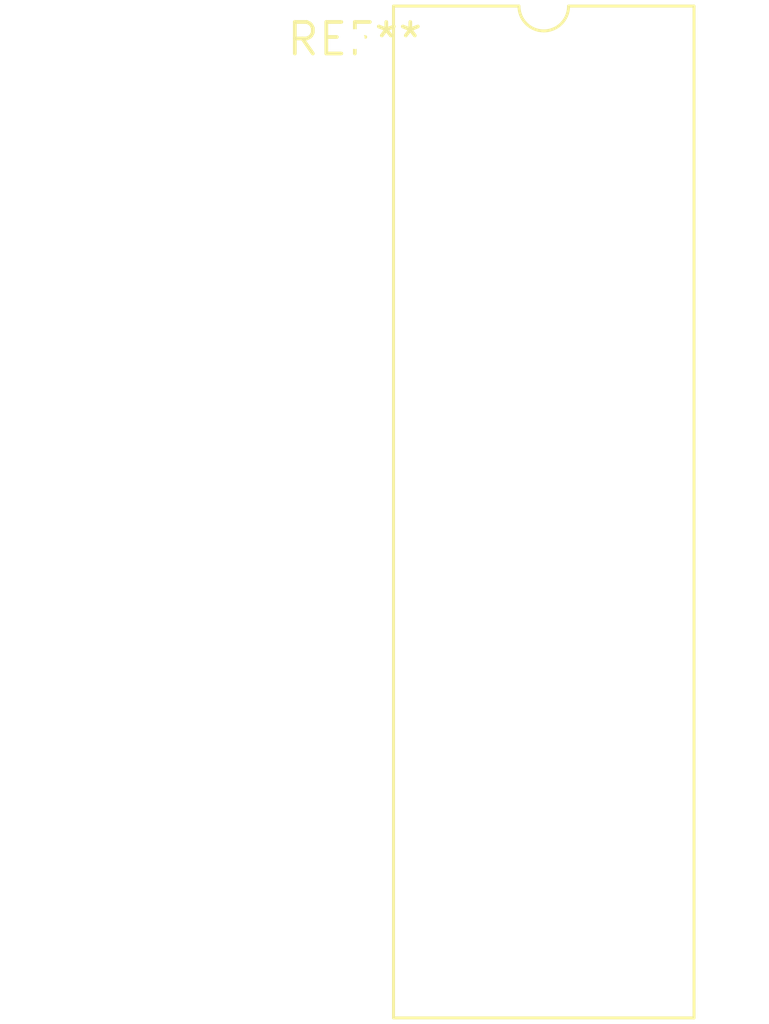
<source format=kicad_pcb>
(kicad_pcb (version 20240108) (generator pcbnew)
  (layers (0 "F.Cu" signal) (31 "B.Cu" signal) (34 "B.Paste" user) (35 "F.Paste" user) (36 "B.SilkS" user "B.Silkscreen") (37 "F.SilkS" user "F.Silkscreen") (38 "B.Mask" user) (39 "F.Mask" user) (44 "Edge.Cuts" user))
  (net 0 "")
  (footprint "DIP-32_W15.24mm_LongPads" (layer "F.Cu") (at 0 0)
    (property "Reference" "REF**")
    (property "Value" "DIP-32_W15.24mm_LongPads")
    (fp_line (start 1.56 -1.33) (end 1.56 39.43) (layer "F.SilkS") (stroke (width 0.12)))
    (fp_line (start 1.56 39.43) (end 13.68 39.43) (layer "F.SilkS") (stroke (width 0.12)))
    (fp_line (start 6.62 -1.33) (end 1.56 -1.33) (layer "F.SilkS") (stroke (width 0.12)))
    (fp_line (start 13.68 -1.33) (end 8.62 -1.33) (layer "F.SilkS") (stroke (width 0.12)))
    (fp_line (start 13.68 39.43) (end 13.68 -1.33) (layer "F.SilkS") (stroke (width 0.12)))
    (fp_arc (start 8.62 -1.33) (mid 7.62 -0.33) (end 6.62 -1.33) (layer "F.SilkS") (stroke (width 0.12)))
    (pad "1" thru_hole rect (at 0 0) (size 2.4 1.6) (drill 0.8) (layers *.Cu *.Mask) (remove_unused_layers))
    (pad "2" thru_hole oval (at 0 2.54) (size 2.4 1.6) (drill 0.8) (layers *.Cu *.Mask) (remove_unused_layers))
    (pad "3" thru_hole oval (at 0 5.08) (size 2.4 1.6) (drill 0.8) (layers *.Cu *.Mask) (remove_unused_layers))
    (pad "4" thru_hole oval (at 0 7.62) (size 2.4 1.6) (drill 0.8) (layers *.Cu *.Mask) (remove_unused_layers))
    (pad "5" thru_hole oval (at 0 10.16) (size 2.4 1.6) (drill 0.8) (layers *.Cu *.Mask) (remove_unused_layers))
    (pad "6" thru_hole oval (at 0 12.7) (size 2.4 1.6) (drill 0.8) (layers *.Cu *.Mask) (remove_unused_layers))
    (pad "7" thru_hole oval (at 0 15.24) (size 2.4 1.6) (drill 0.8) (layers *.Cu *.Mask) (remove_unused_layers))
    (pad "8" thru_hole oval (at 0 17.78) (size 2.4 1.6) (drill 0.8) (layers *.Cu *.Mask) (remove_unused_layers))
    (pad "9" thru_hole oval (at 0 20.32) (size 2.4 1.6) (drill 0.8) (layers *.Cu *.Mask) (remove_unused_layers))
    (pad "10" thru_hole oval (at 0 22.86) (size 2.4 1.6) (drill 0.8) (layers *.Cu *.Mask) (remove_unused_layers))
    (pad "11" thru_hole oval (at 0 25.4) (size 2.4 1.6) (drill 0.8) (layers *.Cu *.Mask) (remove_unused_layers))
    (pad "12" thru_hole oval (at 0 27.94) (size 2.4 1.6) (drill 0.8) (layers *.Cu *.Mask) (remove_unused_layers))
    (pad "13" thru_hole oval (at 0 30.48) (size 2.4 1.6) (drill 0.8) (layers *.Cu *.Mask) (remove_unused_layers))
    (pad "14" thru_hole oval (at 0 33.02) (size 2.4 1.6) (drill 0.8) (layers *.Cu *.Mask) (remove_unused_layers))
    (pad "15" thru_hole oval (at 0 35.56) (size 2.4 1.6) (drill 0.8) (layers *.Cu *.Mask) (remove_unused_layers))
    (pad "16" thru_hole oval (at 0 38.1) (size 2.4 1.6) (drill 0.8) (layers *.Cu *.Mask) (remove_unused_layers))
    (pad "17" thru_hole oval (at 15.24 38.1) (size 2.4 1.6) (drill 0.8) (layers *.Cu *.Mask) (remove_unused_layers))
    (pad "18" thru_hole oval (at 15.24 35.56) (size 2.4 1.6) (drill 0.8) (layers *.Cu *.Mask) (remove_unused_layers))
    (pad "19" thru_hole oval (at 15.24 33.02) (size 2.4 1.6) (drill 0.8) (layers *.Cu *.Mask) (remove_unused_layers))
    (pad "20" thru_hole oval (at 15.24 30.48) (size 2.4 1.6) (drill 0.8) (layers *.Cu *.Mask) (remove_unused_layers))
    (pad "21" thru_hole oval (at 15.24 27.94) (size 2.4 1.6) (drill 0.8) (layers *.Cu *.Mask) (remove_unused_layers))
    (pad "22" thru_hole oval (at 15.24 25.4) (size 2.4 1.6) (drill 0.8) (layers *.Cu *.Mask) (remove_unused_layers))
    (pad "23" thru_hole oval (at 15.24 22.86) (size 2.4 1.6) (drill 0.8) (layers *.Cu *.Mask) (remove_unused_layers))
    (pad "24" thru_hole oval (at 15.24 20.32) (size 2.4 1.6) (drill 0.8) (layers *.Cu *.Mask) (remove_unused_layers))
    (pad "25" thru_hole oval (at 15.24 17.78) (size 2.4 1.6) (drill 0.8) (layers *.Cu *.Mask) (remove_unused_layers))
    (pad "26" thru_hole oval (at 15.24 15.24) (size 2.4 1.6) (drill 0.8) (layers *.Cu *.Mask) (remove_unused_layers))
    (pad "27" thru_hole oval (at 15.24 12.7) (size 2.4 1.6) (drill 0.8) (layers *.Cu *.Mask) (remove_unused_layers))
    (pad "28" thru_hole oval (at 15.24 10.16) (size 2.4 1.6) (drill 0.8) (layers *.Cu *.Mask) (remove_unused_layers))
    (pad "29" thru_hole oval (at 15.24 7.62) (size 2.4 1.6) (drill 0.8) (layers *.Cu *.Mask) (remove_unused_layers))
    (pad "30" thru_hole oval (at 15.24 5.08) (size 2.4 1.6) (drill 0.8) (layers *.Cu *.Mask) (remove_unused_layers))
    (pad "31" thru_hole oval (at 15.24 2.54) (size 2.4 1.6) (drill 0.8) (layers *.Cu *.Mask) (remove_unused_layers))
    (pad "32" thru_hole oval (at 15.24 0) (size 2.4 1.6) (drill 0.8) (layers *.Cu *.Mask) (remove_unused_layers))
  )
)
</source>
